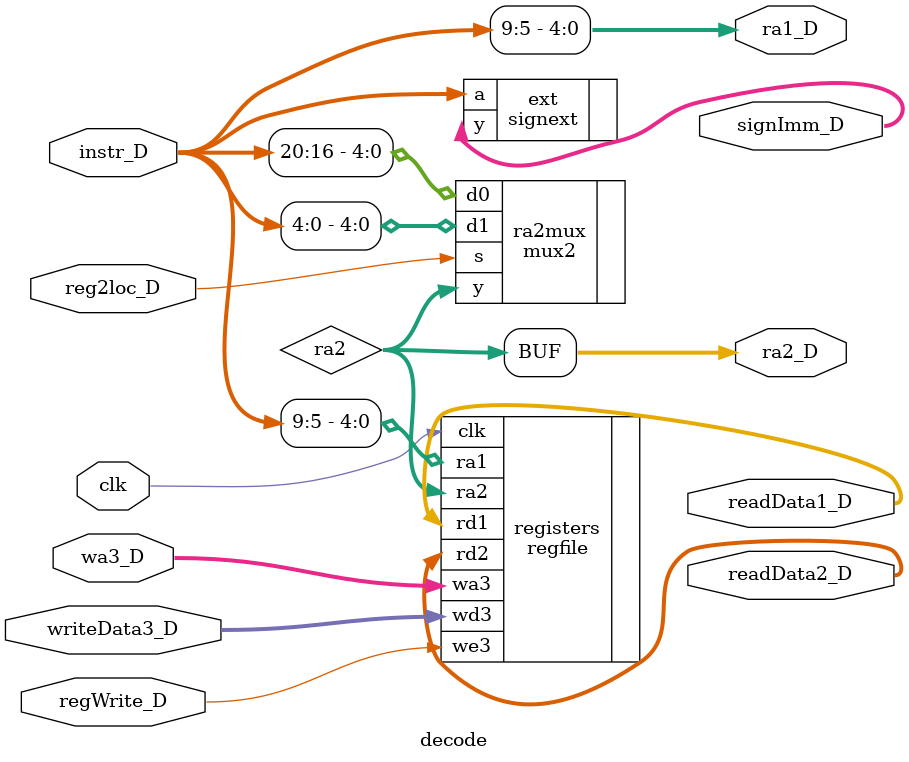
<source format=sv>

module decode 
	#(parameter N = 64)
	(input logic regWrite_D, reg2loc_D, clk,
	input logic [N-1:0] writeData3_D,
	input logic [31:0] instr_D,
	input logic [4:0] wa3_D,
	output logic [4:0] ra1_D, ra2_D,
	output logic [N-1:0] signImm_D, readData1_D, readData2_D);
					
	logic [4:0] ra2;	

	assign ra1_D = instr_D[9:5];
	assign ra2_D = ra2;		
	
	mux2 #(5) ra2mux	(.d0(instr_D[20:16]), .d1(instr_D[4:0]), .s(reg2loc_D), .y(ra2));
	regfile registers	(.clk(clk), .we3(regWrite_D), .ra1(instr_D[9:5]), .ra2(ra2), .wa3(wa3_D), 
							.wd3(writeData3_D), .rd1(readData1_D), .rd2(readData2_D));				
	signext ext	(.a(instr_D), .y(signImm_D));	
	
endmodule

</source>
